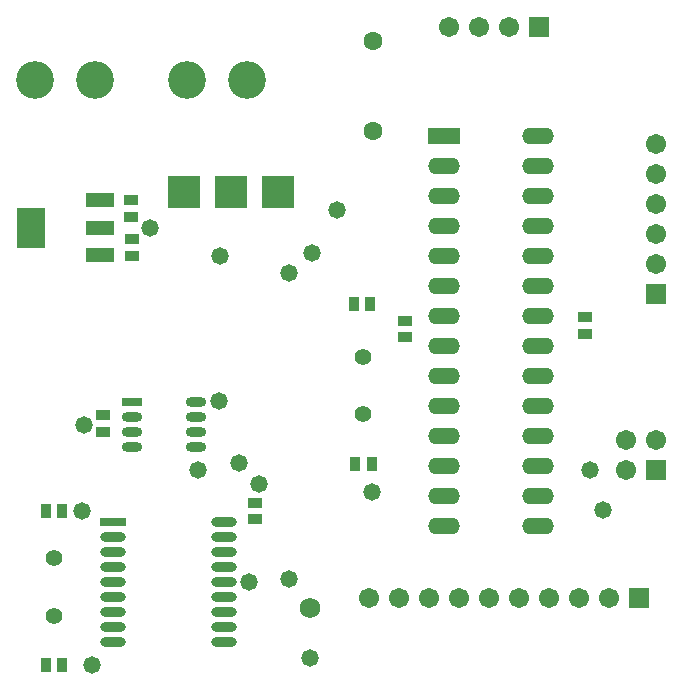
<source format=gts>
G04 Layer_Color=8388736*
%FSLAX44Y44*%
%MOMM*%
G71*
G01*
G75*
%ADD37R,1.2032X0.9032*%
%ADD38R,0.9032X1.2032*%
%ADD39O,2.2032X0.8032*%
%ADD40R,2.2032X0.8032*%
%ADD41R,1.7532X0.8032*%
%ADD42O,1.7532X0.8032*%
%ADD43R,2.3532X3.4532*%
%ADD44R,2.3532X1.2032*%
%ADD45R,2.7032X2.7032*%
%ADD46R,1.7032X1.7032*%
%ADD47C,1.7032*%
%ADD48C,3.2032*%
%ADD49C,1.4032*%
%ADD50C,1.7272*%
%ADD51R,1.7032X1.7032*%
%ADD52O,2.7032X1.4032*%
%ADD53R,2.7032X1.4032*%
%ADD54C,1.6032*%
%ADD55C,1.4732*%
D37*
X1417000Y941000D02*
D03*
Y927000D02*
D03*
X1290000Y773000D02*
D03*
Y787000D02*
D03*
X1185000Y1043000D02*
D03*
Y1029000D02*
D03*
X1186000Y996000D02*
D03*
Y1010000D02*
D03*
X1570000Y930000D02*
D03*
Y944000D02*
D03*
X1162000Y847000D02*
D03*
Y861000D02*
D03*
D38*
X1375000Y820000D02*
D03*
X1389000D02*
D03*
X1113000Y650000D02*
D03*
X1127000D02*
D03*
X1113000Y780000D02*
D03*
X1127000D02*
D03*
X1374000Y955000D02*
D03*
X1388000D02*
D03*
D39*
X1264000Y669200D02*
D03*
Y681900D02*
D03*
Y694600D02*
D03*
Y707300D02*
D03*
Y720000D02*
D03*
Y732700D02*
D03*
Y745400D02*
D03*
Y758100D02*
D03*
Y770800D02*
D03*
X1170000Y669200D02*
D03*
Y681900D02*
D03*
Y694600D02*
D03*
Y707300D02*
D03*
Y720000D02*
D03*
Y732700D02*
D03*
Y745400D02*
D03*
Y758100D02*
D03*
D40*
Y770800D02*
D03*
D41*
X1186000Y872700D02*
D03*
D42*
Y860000D02*
D03*
Y847300D02*
D03*
Y834600D02*
D03*
X1240000Y872700D02*
D03*
Y860000D02*
D03*
Y847300D02*
D03*
Y834600D02*
D03*
D43*
X1100750Y1020000D02*
D03*
D44*
X1159250Y1043000D02*
D03*
Y1020000D02*
D03*
Y997000D02*
D03*
D45*
X1230000Y1050000D02*
D03*
X1310000D02*
D03*
X1270000D02*
D03*
D46*
X1630000Y814600D02*
D03*
Y963800D02*
D03*
D47*
X1604600Y814600D02*
D03*
X1630000Y840000D02*
D03*
X1604600D02*
D03*
X1589750Y706750D02*
D03*
X1538950D02*
D03*
X1513550D02*
D03*
X1488150D02*
D03*
X1462750D02*
D03*
X1437350D02*
D03*
X1411950D02*
D03*
X1386550D02*
D03*
X1564350D02*
D03*
X1630000Y1090800D02*
D03*
Y1065400D02*
D03*
Y1040000D02*
D03*
Y1014600D02*
D03*
Y989200D02*
D03*
X1505400Y1190000D02*
D03*
X1480000D02*
D03*
X1454600D02*
D03*
D48*
X1155000Y1145000D02*
D03*
X1104200D02*
D03*
X1283250D02*
D03*
X1232450D02*
D03*
D49*
X1382000Y862000D02*
D03*
Y910800D02*
D03*
X1120000Y691200D02*
D03*
Y740000D02*
D03*
D50*
X1337250Y698000D02*
D03*
D51*
X1615150Y706750D02*
D03*
X1530800Y1190000D02*
D03*
D52*
X1530000Y767600D02*
D03*
Y793000D02*
D03*
Y818400D02*
D03*
Y843800D02*
D03*
Y869200D02*
D03*
Y894600D02*
D03*
Y920000D02*
D03*
Y945400D02*
D03*
Y970800D02*
D03*
Y996200D02*
D03*
Y1021600D02*
D03*
Y1047000D02*
D03*
Y1072400D02*
D03*
Y1097800D02*
D03*
X1450000Y767600D02*
D03*
Y793000D02*
D03*
Y818400D02*
D03*
Y843800D02*
D03*
Y869200D02*
D03*
Y894600D02*
D03*
Y920000D02*
D03*
Y945400D02*
D03*
Y970800D02*
D03*
Y996200D02*
D03*
Y1021600D02*
D03*
Y1047000D02*
D03*
Y1072400D02*
D03*
D53*
Y1097800D02*
D03*
D54*
X1390000Y1101900D02*
D03*
Y1178100D02*
D03*
D55*
X1574000Y815000D02*
D03*
X1585000Y781000D02*
D03*
X1260000Y873000D02*
D03*
X1360000Y1035000D02*
D03*
X1261000Y996000D02*
D03*
X1389000Y796000D02*
D03*
X1145500Y852500D02*
D03*
X1201000Y1019250D02*
D03*
X1294000Y803250D02*
D03*
X1144000Y780000D02*
D03*
X1152500Y649750D02*
D03*
X1277000Y821000D02*
D03*
X1242000Y814500D02*
D03*
X1336500Y655250D02*
D03*
X1319000Y981750D02*
D03*
X1338750Y998750D02*
D03*
X1285250Y720000D02*
D03*
X1319000Y722250D02*
D03*
M02*

</source>
